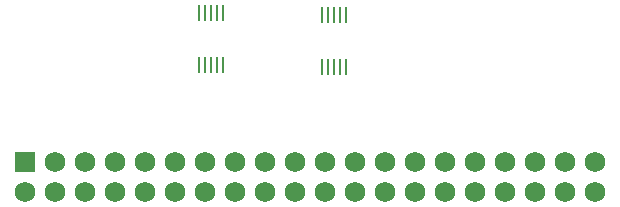
<source format=gbr>
%TF.GenerationSoftware,KiCad,Pcbnew,7.0.10*%
%TF.CreationDate,2024-02-12T14:11:10-08:00*%
%TF.ProjectId,prototypemeasurement,70726f74-6f74-4797-9065-6d6561737572,rev?*%
%TF.SameCoordinates,Original*%
%TF.FileFunction,Soldermask,Top*%
%TF.FilePolarity,Negative*%
%FSLAX46Y46*%
G04 Gerber Fmt 4.6, Leading zero omitted, Abs format (unit mm)*
G04 Created by KiCad (PCBNEW 7.0.10) date 2024-02-12 14:11:10*
%MOMM*%
%LPD*%
G01*
G04 APERTURE LIST*
G04 Aperture macros list*
%AMRoundRect*
0 Rectangle with rounded corners*
0 $1 Rounding radius*
0 $2 $3 $4 $5 $6 $7 $8 $9 X,Y pos of 4 corners*
0 Add a 4 corners polygon primitive as box body*
4,1,4,$2,$3,$4,$5,$6,$7,$8,$9,$2,$3,0*
0 Add four circle primitives for the rounded corners*
1,1,$1+$1,$2,$3*
1,1,$1+$1,$4,$5*
1,1,$1+$1,$6,$7*
1,1,$1+$1,$8,$9*
0 Add four rect primitives between the rounded corners*
20,1,$1+$1,$2,$3,$4,$5,0*
20,1,$1+$1,$4,$5,$6,$7,0*
20,1,$1+$1,$6,$7,$8,$9,0*
20,1,$1+$1,$8,$9,$2,$3,0*%
G04 Aperture macros list end*
%ADD10R,0.279400X1.333500*%
%ADD11RoundRect,0.102000X0.765000X0.765000X-0.765000X0.765000X-0.765000X-0.765000X0.765000X-0.765000X0*%
%ADD12C,1.734000*%
G04 APERTURE END LIST*
D10*
%TO.C,U2*%
X136937496Y-50406300D03*
X137437622Y-50406300D03*
X137937748Y-50406300D03*
X138437874Y-50406300D03*
X138938000Y-50406300D03*
X138938000Y-45974000D03*
X138437874Y-45974000D03*
X137937748Y-45974000D03*
X137437622Y-45974000D03*
X136937496Y-45974000D03*
%TD*%
D11*
%TO.C,J1*%
X111760000Y-58420000D03*
D12*
X111760000Y-60960000D03*
X114300000Y-58420000D03*
X114300000Y-60960000D03*
X116840000Y-58420000D03*
X116840000Y-60960000D03*
X119380000Y-58420000D03*
X119380000Y-60960000D03*
X121920000Y-58420000D03*
X121920000Y-60960000D03*
X124460000Y-58420000D03*
X124460000Y-60960000D03*
X127000000Y-58420000D03*
X127000000Y-60960000D03*
X129540000Y-58420000D03*
X129540000Y-60960000D03*
X132080000Y-58420000D03*
X132080000Y-60960000D03*
X134620000Y-58420000D03*
X134620000Y-60960000D03*
X137160000Y-58420000D03*
X137160000Y-60960000D03*
X139700000Y-58420000D03*
X139700000Y-60960000D03*
X142240000Y-58420000D03*
X142240000Y-60960000D03*
X144780000Y-58420000D03*
X144780000Y-60960000D03*
X147320000Y-58420000D03*
X147320000Y-60960000D03*
X149860000Y-58420000D03*
X149860000Y-60960000D03*
X152400000Y-58420000D03*
X152400000Y-60960000D03*
X154940000Y-58420000D03*
X154940000Y-60960000D03*
X157480000Y-58420000D03*
X157480000Y-60960000D03*
X160020000Y-58420000D03*
X160020000Y-60960000D03*
%TD*%
D10*
%TO.C,U1*%
X128508252Y-45789850D03*
X128008126Y-45789850D03*
X127508000Y-45789850D03*
X127007874Y-45789850D03*
X126507748Y-45789850D03*
X126507748Y-50222150D03*
X127007874Y-50222150D03*
X127508000Y-50222150D03*
X128008126Y-50222150D03*
X128508252Y-50222150D03*
%TD*%
M02*

</source>
